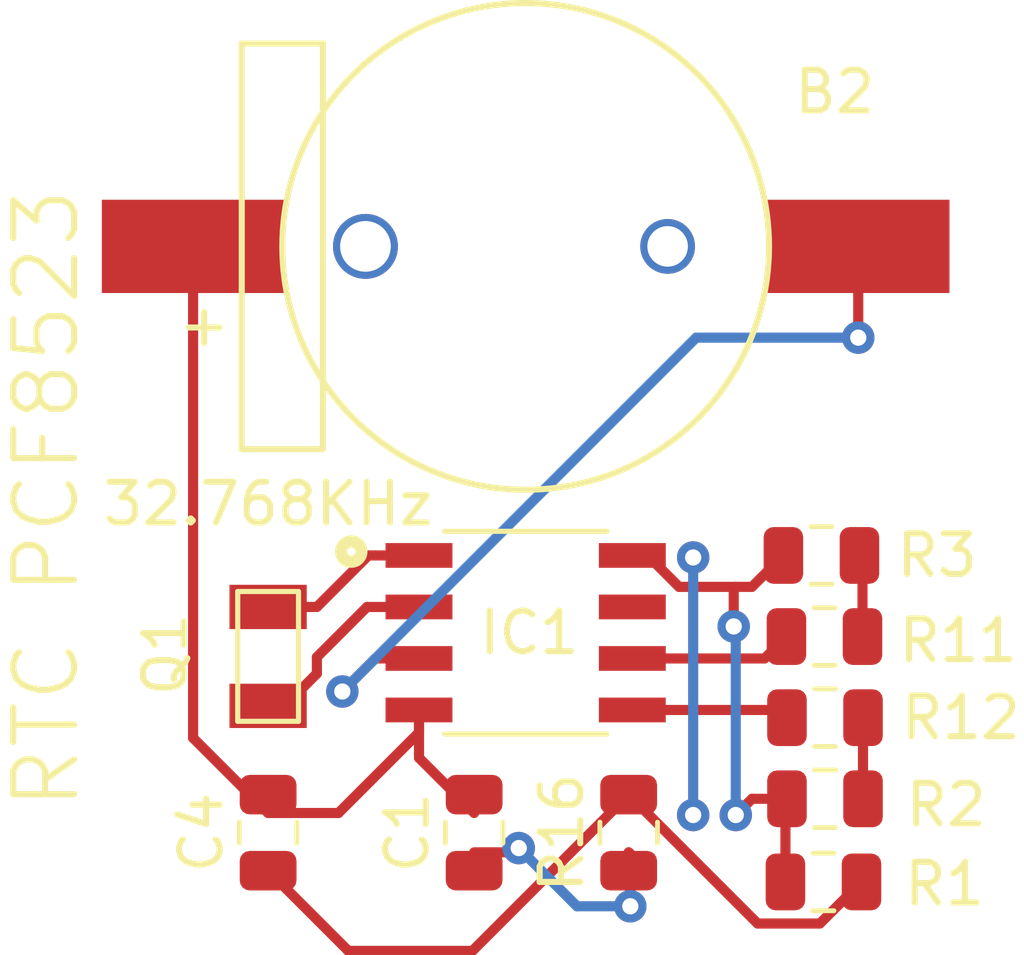
<source format=kicad_pcb>
(kicad_pcb (version 20171130) (host pcbnew 5.0.2-bee76a0~70~ubuntu18.04.1)

  (general
    (thickness 1.6)
    (drawings 1)
    (tracks 72)
    (zones 0)
    (modules 11)
    (nets 13)
  )

  (page A4)
  (layers
    (0 F.Cu signal)
    (1 In1.Cu power)
    (2 In2.Cu power)
    (31 B.Cu signal)
    (32 B.Adhes user)
    (33 F.Adhes user)
    (34 B.Paste user)
    (35 F.Paste user)
    (36 B.SilkS user)
    (37 F.SilkS user)
    (38 B.Mask user)
    (39 F.Mask user)
    (40 Dwgs.User user)
    (41 Cmts.User user)
    (42 Eco1.User user)
    (43 Eco2.User user)
    (44 Edge.Cuts user)
    (45 Margin user)
    (46 B.CrtYd user hide)
    (47 F.CrtYd user hide)
    (48 B.Fab user)
    (49 F.Fab user hide)
  )

  (setup
    (last_trace_width 0.25)
    (trace_clearance 0.2)
    (zone_clearance 0.508)
    (zone_45_only no)
    (trace_min 0.2)
    (segment_width 0.2)
    (edge_width 0.15)
    (via_size 0.8)
    (via_drill 0.4)
    (via_min_size 0.4)
    (via_min_drill 0.3)
    (uvia_size 0.3)
    (uvia_drill 0.1)
    (uvias_allowed no)
    (uvia_min_size 0.2)
    (uvia_min_drill 0.1)
    (pcb_text_width 0.3)
    (pcb_text_size 1.5 1.5)
    (mod_edge_width 0.15)
    (mod_text_size 1 1)
    (mod_text_width 0.15)
    (pad_size 1.524 1.524)
    (pad_drill 0.762)
    (pad_to_mask_clearance 0.2)
    (solder_mask_min_width 0.25)
    (aux_axis_origin 0 0)
    (visible_elements 7FFFFFFF)
    (pcbplotparams
      (layerselection 0x010fc_ffffffff)
      (usegerberextensions false)
      (usegerberattributes false)
      (usegerberadvancedattributes false)
      (creategerberjobfile false)
      (excludeedgelayer true)
      (linewidth 0.100000)
      (plotframeref false)
      (viasonmask false)
      (mode 1)
      (useauxorigin false)
      (hpglpennumber 1)
      (hpglpenspeed 20)
      (hpglpendiameter 15.000000)
      (psnegative false)
      (psa4output false)
      (plotreference true)
      (plotvalue true)
      (plotinvisibletext false)
      (padsonsilk false)
      (subtractmaskfromsilk false)
      (outputformat 1)
      (mirror false)
      (drillshape 1)
      (scaleselection 1)
      (outputdirectory ""))
  )

  (net 0 "")
  (net 1 GND)
  (net 2 "Net-(C1-Pad1)")
  (net 3 VCC)
  (net 4 "Net-(IC1-Pad1)")
  (net 5 "Net-(IC1-Pad2)")
  (net 6 "Net-(B2-Pad2)")
  (net 7 "Net-(C4-Pad1)")
  (net 8 "Net-(IC1-Pad8)")
  (net 9 "Net-(IC1-Pad6)")
  (net 10 "Net-(IC1-Pad5)")
  (net 11 PB9)
  (net 12 PB8)

  (net_class Default "This is the default net class."
    (clearance 0.2)
    (trace_width 0.25)
    (via_dia 0.8)
    (via_drill 0.4)
    (uvia_dia 0.3)
    (uvia_drill 0.1)
    (add_net GND)
    (add_net "Net-(B2-Pad2)")
    (add_net "Net-(C1-Pad1)")
    (add_net "Net-(C4-Pad1)")
    (add_net "Net-(IC1-Pad1)")
    (add_net "Net-(IC1-Pad2)")
    (add_net "Net-(IC1-Pad5)")
    (add_net "Net-(IC1-Pad6)")
    (add_net "Net-(IC1-Pad8)")
    (add_net PB8)
    (add_net PB9)
    (add_net VCC)
  )

  (module SOIC127P600X175-8N:SOIC127P600X175-8N (layer F.Cu) (tedit 5BC7FE68) (tstamp 5BC80A63)
    (at 128.27 109.855)
    (path /22F7723E)
    (attr smd)
    (fp_text reference IC1 (at 0.09 0) (layer F.SilkS)
      (effects (font (size 1 1) (thickness 0.15)))
    )
    (fp_text value RTC_PCF8523T (at -1.27 4.19712) (layer F.Fab)
      (effects (font (size 1 1) (thickness 0.15)))
    )
    (fp_circle (center -4.3 -2) (end -4.2 -2) (layer Dwgs.User) (width 0.3))
    (fp_circle (center -4.3 -2) (end -4.2 -2) (layer F.SilkS) (width 0.3))
    (fp_line (start -3.71 2.75) (end -3.71 -2.75) (layer Eco1.User) (width 0.05))
    (fp_line (start 3.71 2.75) (end -3.71 2.75) (layer Eco1.User) (width 0.05))
    (fp_line (start 3.71 -2.75) (end 3.71 2.75) (layer Eco1.User) (width 0.05))
    (fp_line (start -3.71 -2.75) (end 3.71 -2.75) (layer Eco1.User) (width 0.05))
    (fp_line (start 2 2.5) (end -2 2.5) (layer F.SilkS) (width 0.127))
    (fp_line (start -2 -2.5) (end 2 -2.5) (layer F.SilkS) (width 0.127))
    (fp_line (start -2 2.5) (end -2 -2.5) (layer Dwgs.User) (width 0.127))
    (fp_line (start 2 2.5) (end -2 2.5) (layer Dwgs.User) (width 0.127))
    (fp_line (start 2 -2.5) (end 2 2.5) (layer Dwgs.User) (width 0.127))
    (fp_line (start -2 -2.5) (end 2 -2.5) (layer Dwgs.User) (width 0.127))
    (pad 8 smd rect (at 2.63 -1.905) (size 1.65 0.61) (layers F.Cu F.Paste F.Mask)
      (net 8 "Net-(IC1-Pad8)"))
    (pad 7 smd rect (at 2.63 -0.635) (size 1.65 0.61) (layers F.Cu F.Paste F.Mask))
    (pad 6 smd rect (at 2.63 0.635) (size 1.65 0.61) (layers F.Cu F.Paste F.Mask)
      (net 9 "Net-(IC1-Pad6)"))
    (pad 5 smd rect (at 2.63 1.905) (size 1.65 0.61) (layers F.Cu F.Paste F.Mask)
      (net 10 "Net-(IC1-Pad5)"))
    (pad 4 smd rect (at -2.63 1.905) (size 1.65 0.61) (layers F.Cu F.Paste F.Mask)
      (net 1 GND))
    (pad 3 smd rect (at -2.63 0.635) (size 1.65 0.61) (layers F.Cu F.Paste F.Mask)
      (net 6 "Net-(B2-Pad2)"))
    (pad 2 smd rect (at -2.63 -0.635) (size 1.65 0.61) (layers F.Cu F.Paste F.Mask)
      (net 5 "Net-(IC1-Pad2)"))
    (pad 1 smd rect (at -2.63 -1.905) (size 1.65 0.61) (layers F.Cu F.Paste F.Mask)
      (net 4 "Net-(IC1-Pad1)"))
  )

  (module Battery:S8411-45R (layer F.Cu) (tedit 5CA3BC51) (tstamp 5BD0486F)
    (at 128.27 100.33 270)
    (path /5BBEE532)
    (fp_text reference B2 (at -3.81 -7.62 180) (layer F.SilkS)
      (effects (font (size 1 1) (thickness 0.15)))
    )
    (fp_text value CR1220 (at 0 12 270) (layer F.Fab)
      (effects (font (size 1 1) (thickness 0.15)))
    )
    (fp_circle (center 0 0) (end 6 0) (layer F.SilkS) (width 0.15))
    (fp_line (start -5 5) (end 5 5) (layer F.SilkS) (width 0.15))
    (fp_line (start 5 5) (end 5 7) (layer F.SilkS) (width 0.15))
    (fp_line (start 5 7) (end -5 7) (layer F.SilkS) (width 0.15))
    (fp_line (start -5 7) (end -5 5) (layer F.SilkS) (width 0.15))
    (fp_text user + (at 2 8 270) (layer F.SilkS)
      (effects (font (size 1 1) (thickness 0.15)))
    )
    (pad "" np_thru_hole circle (at 0 -3.5 270) (size 1.35 1.35) (drill 1) (layers *.Cu *.Mask))
    (pad "" np_thru_hole circle (at 0 3.95 270) (size 1.6 1.6) (drill 1.25) (layers *.Cu *.Mask))
    (pad 2 smd rect (at 0 -8.2 270) (size 2.3 4.5) (layers F.Cu F.Paste F.Mask)
      (net 6 "Net-(B2-Pad2)"))
    (pad 1 smd rect (at 0 8.2 270) (size 2.3 4.5) (layers F.Cu F.Paste F.Mask)
      (net 1 GND))
  )

  (module Capacitor_SMD:C_0805_2012Metric (layer F.Cu) (tedit 5B36C52B) (tstamp 5CA3BF25)
    (at 127 114.785 90)
    (descr "Capacitor SMD 0805 (2012 Metric), square (rectangular) end terminal, IPC_7351 nominal, (Body size source: https://docs.google.com/spreadsheets/d/1BsfQQcO9C6DZCsRaXUlFlo91Tg2WpOkGARC1WS5S8t0/edit?usp=sharing), generated with kicad-footprint-generator")
    (tags capacitor)
    (path /8350CC17)
    (attr smd)
    (fp_text reference C1 (at 0 -1.65 90) (layer F.SilkS)
      (effects (font (size 1 1) (thickness 0.15)))
    )
    (fp_text value 10uF (at 0 1.65 90) (layer F.Fab)
      (effects (font (size 1 1) (thickness 0.15)))
    )
    (fp_text user %R (at 0 0 90) (layer F.Fab)
      (effects (font (size 0.5 0.5) (thickness 0.08)))
    )
    (fp_line (start 1.68 0.95) (end -1.68 0.95) (layer F.CrtYd) (width 0.05))
    (fp_line (start 1.68 -0.95) (end 1.68 0.95) (layer F.CrtYd) (width 0.05))
    (fp_line (start -1.68 -0.95) (end 1.68 -0.95) (layer F.CrtYd) (width 0.05))
    (fp_line (start -1.68 0.95) (end -1.68 -0.95) (layer F.CrtYd) (width 0.05))
    (fp_line (start -0.258578 0.71) (end 0.258578 0.71) (layer F.SilkS) (width 0.12))
    (fp_line (start -0.258578 -0.71) (end 0.258578 -0.71) (layer F.SilkS) (width 0.12))
    (fp_line (start 1 0.6) (end -1 0.6) (layer F.Fab) (width 0.1))
    (fp_line (start 1 -0.6) (end 1 0.6) (layer F.Fab) (width 0.1))
    (fp_line (start -1 -0.6) (end 1 -0.6) (layer F.Fab) (width 0.1))
    (fp_line (start -1 0.6) (end -1 -0.6) (layer F.Fab) (width 0.1))
    (pad 2 smd roundrect (at 0.9375 0 90) (size 0.975 1.4) (layers F.Cu F.Paste F.Mask) (roundrect_rratio 0.25)
      (net 1 GND))
    (pad 1 smd roundrect (at -0.9375 0 90) (size 0.975 1.4) (layers F.Cu F.Paste F.Mask) (roundrect_rratio 0.25)
      (net 3 VCC))
    (model ${KISYS3DMOD}/Capacitor_SMD.3dshapes/C_0805_2012Metric.wrl
      (at (xyz 0 0 0))
      (scale (xyz 1 1 1))
      (rotate (xyz 0 0 0))
    )
  )

  (module Capacitor_SMD:C_0805_2012Metric (layer F.Cu) (tedit 5B36C52B) (tstamp 5CA3BF35)
    (at 121.92 114.785 90)
    (descr "Capacitor SMD 0805 (2012 Metric), square (rectangular) end terminal, IPC_7351 nominal, (Body size source: https://docs.google.com/spreadsheets/d/1BsfQQcO9C6DZCsRaXUlFlo91Tg2WpOkGARC1WS5S8t0/edit?usp=sharing), generated with kicad-footprint-generator")
    (tags capacitor)
    (path /E7D47EA7)
    (attr smd)
    (fp_text reference C4 (at 0 -1.65 90) (layer F.SilkS)
      (effects (font (size 1 1) (thickness 0.15)))
    )
    (fp_text value 10uF (at 0 1.65 90) (layer F.Fab)
      (effects (font (size 1 1) (thickness 0.15)))
    )
    (fp_line (start -1 0.6) (end -1 -0.6) (layer F.Fab) (width 0.1))
    (fp_line (start -1 -0.6) (end 1 -0.6) (layer F.Fab) (width 0.1))
    (fp_line (start 1 -0.6) (end 1 0.6) (layer F.Fab) (width 0.1))
    (fp_line (start 1 0.6) (end -1 0.6) (layer F.Fab) (width 0.1))
    (fp_line (start -0.258578 -0.71) (end 0.258578 -0.71) (layer F.SilkS) (width 0.12))
    (fp_line (start -0.258578 0.71) (end 0.258578 0.71) (layer F.SilkS) (width 0.12))
    (fp_line (start -1.68 0.95) (end -1.68 -0.95) (layer F.CrtYd) (width 0.05))
    (fp_line (start -1.68 -0.95) (end 1.68 -0.95) (layer F.CrtYd) (width 0.05))
    (fp_line (start 1.68 -0.95) (end 1.68 0.95) (layer F.CrtYd) (width 0.05))
    (fp_line (start 1.68 0.95) (end -1.68 0.95) (layer F.CrtYd) (width 0.05))
    (fp_text user %R (at 0 0 90) (layer F.Fab)
      (effects (font (size 0.5 0.5) (thickness 0.08)))
    )
    (pad 1 smd roundrect (at -0.9375 0 90) (size 0.975 1.4) (layers F.Cu F.Paste F.Mask) (roundrect_rratio 0.25)
      (net 7 "Net-(C4-Pad1)"))
    (pad 2 smd roundrect (at 0.9375 0 90) (size 0.975 1.4) (layers F.Cu F.Paste F.Mask) (roundrect_rratio 0.25)
      (net 1 GND))
    (model ${KISYS3DMOD}/Capacitor_SMD.3dshapes/C_0805_2012Metric.wrl
      (at (xyz 0 0 0))
      (scale (xyz 1 1 1))
      (rotate (xyz 0 0 0))
    )
  )

  (module ABS07W-32.768KHZ-D-2-T:XTAL320X150X90 (layer F.Cu) (tedit 0) (tstamp 5CA3BF45)
    (at 121.92 110.4392 270)
    (path /5BBEE255)
    (attr smd)
    (fp_text reference Q1 (at -0.0508 2.54 270) (layer F.SilkS)
      (effects (font (size 1.00058 1.00058) (thickness 0.15)))
    )
    (fp_text value 32.768KHz (at -3.7592 0 180) (layer F.SilkS)
      (effects (font (size 1.00096 1.00096) (thickness 0.15)))
    )
    (fp_line (start -1.6002 -0.7493) (end 1.6002 -0.7493) (layer F.SilkS) (width 0.127))
    (fp_line (start 1.6002 -0.7493) (end 1.6002 0.7493) (layer F.SilkS) (width 0.127))
    (fp_line (start 1.6002 0.7493) (end -1.6002 0.7493) (layer F.SilkS) (width 0.127))
    (fp_line (start -1.6002 0.7493) (end -1.6002 -0.7493) (layer F.SilkS) (width 0.127))
    (pad 1 smd rect (at -1.2192 0 270) (size 1.0922 1.905) (layers F.Cu F.Paste F.Mask)
      (net 4 "Net-(IC1-Pad1)"))
    (pad 2 smd rect (at 1.2192 0 270) (size 1.0922 1.905) (layers F.Cu F.Paste F.Mask)
      (net 5 "Net-(IC1-Pad2)"))
  )

  (module Resistor_SMD:R_0805_2012Metric (layer F.Cu) (tedit 5B36C52B) (tstamp 5CA3BF5E)
    (at 135.6125 116 180)
    (descr "Resistor SMD 0805 (2012 Metric), square (rectangular) end terminal, IPC_7351 nominal, (Body size source: https://docs.google.com/spreadsheets/d/1BsfQQcO9C6DZCsRaXUlFlo91Tg2WpOkGARC1WS5S8t0/edit?usp=sharing), generated with kicad-footprint-generator")
    (tags resistor)
    (path /5D15FA0F)
    (attr smd)
    (fp_text reference R1 (at -2.9875 -0.05 180) (layer F.SilkS)
      (effects (font (size 1 1) (thickness 0.15)))
    )
    (fp_text value 0 (at 0 1.65 180) (layer F.Fab)
      (effects (font (size 1 1) (thickness 0.15)))
    )
    (fp_text user %R (at 0 0 180) (layer F.Fab)
      (effects (font (size 0.5 0.5) (thickness 0.08)))
    )
    (fp_line (start 1.68 0.95) (end -1.68 0.95) (layer F.CrtYd) (width 0.05))
    (fp_line (start 1.68 -0.95) (end 1.68 0.95) (layer F.CrtYd) (width 0.05))
    (fp_line (start -1.68 -0.95) (end 1.68 -0.95) (layer F.CrtYd) (width 0.05))
    (fp_line (start -1.68 0.95) (end -1.68 -0.95) (layer F.CrtYd) (width 0.05))
    (fp_line (start -0.258578 0.71) (end 0.258578 0.71) (layer F.SilkS) (width 0.12))
    (fp_line (start -0.258578 -0.71) (end 0.258578 -0.71) (layer F.SilkS) (width 0.12))
    (fp_line (start 1 0.6) (end -1 0.6) (layer F.Fab) (width 0.1))
    (fp_line (start 1 -0.6) (end 1 0.6) (layer F.Fab) (width 0.1))
    (fp_line (start -1 -0.6) (end 1 -0.6) (layer F.Fab) (width 0.1))
    (fp_line (start -1 0.6) (end -1 -0.6) (layer F.Fab) (width 0.1))
    (pad 2 smd roundrect (at 0.9375 0 180) (size 0.975 1.4) (layers F.Cu F.Paste F.Mask) (roundrect_rratio 0.25)
      (net 8 "Net-(IC1-Pad8)"))
    (pad 1 smd roundrect (at -0.9375 0 180) (size 0.975 1.4) (layers F.Cu F.Paste F.Mask) (roundrect_rratio 0.25)
      (net 7 "Net-(C4-Pad1)"))
    (model ${KISYS3DMOD}/Resistor_SMD.3dshapes/R_0805_2012Metric.wrl
      (at (xyz 0 0 0))
      (scale (xyz 1 1 1))
      (rotate (xyz 0 0 0))
    )
  )

  (module Resistor_SMD:R_0805_2012Metric (layer F.Cu) (tedit 5B36C52B) (tstamp 5CA3BF6F)
    (at 135.65 113.95)
    (descr "Resistor SMD 0805 (2012 Metric), square (rectangular) end terminal, IPC_7351 nominal, (Body size source: https://docs.google.com/spreadsheets/d/1BsfQQcO9C6DZCsRaXUlFlo91Tg2WpOkGARC1WS5S8t0/edit?usp=sharing), generated with kicad-footprint-generator")
    (tags resistor)
    (path /5C80B31B)
    (attr smd)
    (fp_text reference R2 (at 2.9875 0.15) (layer F.SilkS)
      (effects (font (size 1 1) (thickness 0.15)))
    )
    (fp_text value 8.2k (at 0 1.65) (layer F.Fab)
      (effects (font (size 1 1) (thickness 0.15)))
    )
    (fp_text user %R (at 0 0) (layer F.Fab)
      (effects (font (size 0.5 0.5) (thickness 0.08)))
    )
    (fp_line (start 1.68 0.95) (end -1.68 0.95) (layer F.CrtYd) (width 0.05))
    (fp_line (start 1.68 -0.95) (end 1.68 0.95) (layer F.CrtYd) (width 0.05))
    (fp_line (start -1.68 -0.95) (end 1.68 -0.95) (layer F.CrtYd) (width 0.05))
    (fp_line (start -1.68 0.95) (end -1.68 -0.95) (layer F.CrtYd) (width 0.05))
    (fp_line (start -0.258578 0.71) (end 0.258578 0.71) (layer F.SilkS) (width 0.12))
    (fp_line (start -0.258578 -0.71) (end 0.258578 -0.71) (layer F.SilkS) (width 0.12))
    (fp_line (start 1 0.6) (end -1 0.6) (layer F.Fab) (width 0.1))
    (fp_line (start 1 -0.6) (end 1 0.6) (layer F.Fab) (width 0.1))
    (fp_line (start -1 -0.6) (end 1 -0.6) (layer F.Fab) (width 0.1))
    (fp_line (start -1 0.6) (end -1 -0.6) (layer F.Fab) (width 0.1))
    (pad 2 smd roundrect (at 0.9375 0) (size 0.975 1.4) (layers F.Cu F.Paste F.Mask) (roundrect_rratio 0.25)
      (net 11 PB9))
    (pad 1 smd roundrect (at -0.9375 0) (size 0.975 1.4) (layers F.Cu F.Paste F.Mask) (roundrect_rratio 0.25)
      (net 8 "Net-(IC1-Pad8)"))
    (model ${KISYS3DMOD}/Resistor_SMD.3dshapes/R_0805_2012Metric.wrl
      (at (xyz 0 0 0))
      (scale (xyz 1 1 1))
      (rotate (xyz 0 0 0))
    )
  )

  (module Resistor_SMD:R_0805_2012Metric (layer F.Cu) (tedit 5B36C52B) (tstamp 5CA3BF80)
    (at 135.5625 107.95)
    (descr "Resistor SMD 0805 (2012 Metric), square (rectangular) end terminal, IPC_7351 nominal, (Body size source: https://docs.google.com/spreadsheets/d/1BsfQQcO9C6DZCsRaXUlFlo91Tg2WpOkGARC1WS5S8t0/edit?usp=sharing), generated with kicad-footprint-generator")
    (tags resistor)
    (path /5C849D22)
    (attr smd)
    (fp_text reference R3 (at 2.85 0) (layer F.SilkS)
      (effects (font (size 1 1) (thickness 0.15)))
    )
    (fp_text value 8.2k (at 0 1.65) (layer F.Fab)
      (effects (font (size 1 1) (thickness 0.15)))
    )
    (fp_line (start -1 0.6) (end -1 -0.6) (layer F.Fab) (width 0.1))
    (fp_line (start -1 -0.6) (end 1 -0.6) (layer F.Fab) (width 0.1))
    (fp_line (start 1 -0.6) (end 1 0.6) (layer F.Fab) (width 0.1))
    (fp_line (start 1 0.6) (end -1 0.6) (layer F.Fab) (width 0.1))
    (fp_line (start -0.258578 -0.71) (end 0.258578 -0.71) (layer F.SilkS) (width 0.12))
    (fp_line (start -0.258578 0.71) (end 0.258578 0.71) (layer F.SilkS) (width 0.12))
    (fp_line (start -1.68 0.95) (end -1.68 -0.95) (layer F.CrtYd) (width 0.05))
    (fp_line (start -1.68 -0.95) (end 1.68 -0.95) (layer F.CrtYd) (width 0.05))
    (fp_line (start 1.68 -0.95) (end 1.68 0.95) (layer F.CrtYd) (width 0.05))
    (fp_line (start 1.68 0.95) (end -1.68 0.95) (layer F.CrtYd) (width 0.05))
    (fp_text user %R (at 0 0) (layer F.Fab)
      (effects (font (size 0.5 0.5) (thickness 0.08)))
    )
    (pad 1 smd roundrect (at -0.9375 0) (size 0.975 1.4) (layers F.Cu F.Paste F.Mask) (roundrect_rratio 0.25)
      (net 8 "Net-(IC1-Pad8)"))
    (pad 2 smd roundrect (at 0.9375 0) (size 0.975 1.4) (layers F.Cu F.Paste F.Mask) (roundrect_rratio 0.25)
      (net 12 PB8))
    (model ${KISYS3DMOD}/Resistor_SMD.3dshapes/R_0805_2012Metric.wrl
      (at (xyz 0 0 0))
      (scale (xyz 1 1 1))
      (rotate (xyz 0 0 0))
    )
  )

  (module Resistor_SMD:R_0805_2012Metric (layer F.Cu) (tedit 5B36C52B) (tstamp 5CA3BF91)
    (at 135.6375 109.95)
    (descr "Resistor SMD 0805 (2012 Metric), square (rectangular) end terminal, IPC_7351 nominal, (Body size source: https://docs.google.com/spreadsheets/d/1BsfQQcO9C6DZCsRaXUlFlo91Tg2WpOkGARC1WS5S8t0/edit?usp=sharing), generated with kicad-footprint-generator")
    (tags resistor)
    (path /5D6F9447)
    (attr smd)
    (fp_text reference R11 (at 3.3 0.1) (layer F.SilkS)
      (effects (font (size 1 1) (thickness 0.15)))
    )
    (fp_text value 0 (at 0 1.65) (layer F.Fab)
      (effects (font (size 1 1) (thickness 0.15)))
    )
    (fp_text user %R (at 0 0) (layer F.Fab)
      (effects (font (size 0.5 0.5) (thickness 0.08)))
    )
    (fp_line (start 1.68 0.95) (end -1.68 0.95) (layer F.CrtYd) (width 0.05))
    (fp_line (start 1.68 -0.95) (end 1.68 0.95) (layer F.CrtYd) (width 0.05))
    (fp_line (start -1.68 -0.95) (end 1.68 -0.95) (layer F.CrtYd) (width 0.05))
    (fp_line (start -1.68 0.95) (end -1.68 -0.95) (layer F.CrtYd) (width 0.05))
    (fp_line (start -0.258578 0.71) (end 0.258578 0.71) (layer F.SilkS) (width 0.12))
    (fp_line (start -0.258578 -0.71) (end 0.258578 -0.71) (layer F.SilkS) (width 0.12))
    (fp_line (start 1 0.6) (end -1 0.6) (layer F.Fab) (width 0.1))
    (fp_line (start 1 -0.6) (end 1 0.6) (layer F.Fab) (width 0.1))
    (fp_line (start -1 -0.6) (end 1 -0.6) (layer F.Fab) (width 0.1))
    (fp_line (start -1 0.6) (end -1 -0.6) (layer F.Fab) (width 0.1))
    (pad 2 smd roundrect (at 0.9375 0) (size 0.975 1.4) (layers F.Cu F.Paste F.Mask) (roundrect_rratio 0.25)
      (net 12 PB8))
    (pad 1 smd roundrect (at -0.9375 0) (size 0.975 1.4) (layers F.Cu F.Paste F.Mask) (roundrect_rratio 0.25)
      (net 9 "Net-(IC1-Pad6)"))
    (model ${KISYS3DMOD}/Resistor_SMD.3dshapes/R_0805_2012Metric.wrl
      (at (xyz 0 0 0))
      (scale (xyz 1 1 1))
      (rotate (xyz 0 0 0))
    )
  )

  (module Resistor_SMD:R_0805_2012Metric (layer F.Cu) (tedit 5B36C52B) (tstamp 5CA3BFA2)
    (at 135.65 111.95)
    (descr "Resistor SMD 0805 (2012 Metric), square (rectangular) end terminal, IPC_7351 nominal, (Body size source: https://docs.google.com/spreadsheets/d/1BsfQQcO9C6DZCsRaXUlFlo91Tg2WpOkGARC1WS5S8t0/edit?usp=sharing), generated with kicad-footprint-generator")
    (tags resistor)
    (path /5D6F92C2)
    (attr smd)
    (fp_text reference R12 (at 3.35 0) (layer F.SilkS)
      (effects (font (size 1 1) (thickness 0.15)))
    )
    (fp_text value 0 (at 0 1.65) (layer F.Fab)
      (effects (font (size 1 1) (thickness 0.15)))
    )
    (fp_line (start -1 0.6) (end -1 -0.6) (layer F.Fab) (width 0.1))
    (fp_line (start -1 -0.6) (end 1 -0.6) (layer F.Fab) (width 0.1))
    (fp_line (start 1 -0.6) (end 1 0.6) (layer F.Fab) (width 0.1))
    (fp_line (start 1 0.6) (end -1 0.6) (layer F.Fab) (width 0.1))
    (fp_line (start -0.258578 -0.71) (end 0.258578 -0.71) (layer F.SilkS) (width 0.12))
    (fp_line (start -0.258578 0.71) (end 0.258578 0.71) (layer F.SilkS) (width 0.12))
    (fp_line (start -1.68 0.95) (end -1.68 -0.95) (layer F.CrtYd) (width 0.05))
    (fp_line (start -1.68 -0.95) (end 1.68 -0.95) (layer F.CrtYd) (width 0.05))
    (fp_line (start 1.68 -0.95) (end 1.68 0.95) (layer F.CrtYd) (width 0.05))
    (fp_line (start 1.68 0.95) (end -1.68 0.95) (layer F.CrtYd) (width 0.05))
    (fp_text user %R (at 0 0) (layer F.Fab)
      (effects (font (size 0.5 0.5) (thickness 0.08)))
    )
    (pad 1 smd roundrect (at -0.9375 0) (size 0.975 1.4) (layers F.Cu F.Paste F.Mask) (roundrect_rratio 0.25)
      (net 10 "Net-(IC1-Pad5)"))
    (pad 2 smd roundrect (at 0.9375 0) (size 0.975 1.4) (layers F.Cu F.Paste F.Mask) (roundrect_rratio 0.25)
      (net 11 PB9))
    (model ${KISYS3DMOD}/Resistor_SMD.3dshapes/R_0805_2012Metric.wrl
      (at (xyz 0 0 0))
      (scale (xyz 1 1 1))
      (rotate (xyz 0 0 0))
    )
  )

  (module Resistor_SMD:R_0805_2012Metric (layer F.Cu) (tedit 5B36C52B) (tstamp 5CA3BFA3)
    (at 130.81 114.785 90)
    (descr "Resistor SMD 0805 (2012 Metric), square (rectangular) end terminal, IPC_7351 nominal, (Body size source: https://docs.google.com/spreadsheets/d/1BsfQQcO9C6DZCsRaXUlFlo91Tg2WpOkGARC1WS5S8t0/edit?usp=sharing), generated with kicad-footprint-generator")
    (tags resistor)
    (path /DF39756A)
    (attr smd)
    (fp_text reference R16 (at 0 -1.65 90) (layer F.SilkS)
      (effects (font (size 1 1) (thickness 0.15)))
    )
    (fp_text value 1K (at 0 1.65 90) (layer F.Fab)
      (effects (font (size 1 1) (thickness 0.15)))
    )
    (fp_line (start -1 0.6) (end -1 -0.6) (layer F.Fab) (width 0.1))
    (fp_line (start -1 -0.6) (end 1 -0.6) (layer F.Fab) (width 0.1))
    (fp_line (start 1 -0.6) (end 1 0.6) (layer F.Fab) (width 0.1))
    (fp_line (start 1 0.6) (end -1 0.6) (layer F.Fab) (width 0.1))
    (fp_line (start -0.258578 -0.71) (end 0.258578 -0.71) (layer F.SilkS) (width 0.12))
    (fp_line (start -0.258578 0.71) (end 0.258578 0.71) (layer F.SilkS) (width 0.12))
    (fp_line (start -1.68 0.95) (end -1.68 -0.95) (layer F.CrtYd) (width 0.05))
    (fp_line (start -1.68 -0.95) (end 1.68 -0.95) (layer F.CrtYd) (width 0.05))
    (fp_line (start 1.68 -0.95) (end 1.68 0.95) (layer F.CrtYd) (width 0.05))
    (fp_line (start 1.68 0.95) (end -1.68 0.95) (layer F.CrtYd) (width 0.05))
    (fp_text user %R (at 0 0 90) (layer F.Fab)
      (effects (font (size 0.5 0.5) (thickness 0.08)))
    )
    (pad 1 smd roundrect (at -0.9375 0 90) (size 0.975 1.4) (layers F.Cu F.Paste F.Mask) (roundrect_rratio 0.25)
      (net 3 VCC))
    (pad 2 smd roundrect (at 0.9375 0 90) (size 0.975 1.4) (layers F.Cu F.Paste F.Mask) (roundrect_rratio 0.25)
      (net 7 "Net-(C4-Pad1)"))
    (model ${KISYS3DMOD}/Resistor_SMD.3dshapes/R_0805_2012Metric.wrl
      (at (xyz 0 0 0))
      (scale (xyz 1 1 1))
      (rotate (xyz 0 0 0))
    )
  )

  (gr_text "RTC PCF8523" (at 116.45 106.55 90) (layer F.SilkS) (tstamp 5BC80E53)
    (effects (font (size 1.5 1.5) (thickness 0.15)))
  )

  (segment (start 120.07 100.33) (end 120.07 112.45) (width 0.25) (layer F.Cu) (net 1) (status 10))
  (segment (start 122.34 114.3) (end 121.92 114.3) (width 0.25) (layer F.Cu) (net 1) (status 30))
  (segment (start 123.655 114.3) (end 122.34 114.3) (width 0.25) (layer F.Cu) (net 1) (status 20))
  (segment (start 125.64 112.315) (end 123.655 114.3) (width 0.25) (layer F.Cu) (net 1))
  (segment (start 125.64 111.76) (end 125.64 112.315) (width 0.25) (layer F.Cu) (net 1) (status 10))
  (segment (start 125.64 112.94) (end 127 114.3) (width 0.25) (layer F.Cu) (net 1) (status 20))
  (segment (start 125.64 111.76) (end 125.64 112.94) (width 0.25) (layer F.Cu) (net 1) (status 10))
  (segment (start 120.07 112.45) (end 121.92 114.3) (width 0.25) (layer F.Cu) (net 1) (status 20))
  (via (at 132.4 108) (size 0.8) (drill 0.4) (layers F.Cu B.Cu) (net 2))
  (segment (start 132.35 107.95) (end 132.4 108) (width 0.25) (layer F.Cu) (net 2))
  (segment (start 132.4 108) (end 132.4 114.35) (width 0.25) (layer B.Cu) (net 2))
  (via (at 132.4 114.35) (size 0.8) (drill 0.4) (layers F.Cu B.Cu) (net 2))
  (segment (start 132.35 114.3) (end 132.4 114.35) (width 0.25) (layer F.Cu) (net 2))
  (via (at 128.1 115.16501) (size 0.8) (drill 0.4) (layers F.Cu B.Cu) (net 3))
  (segment (start 127 115.27) (end 127.99501 115.27) (width 0.25) (layer F.Cu) (net 3) (status 10))
  (segment (start 127.99501 115.27) (end 128.1 115.16501) (width 0.25) (layer F.Cu) (net 3))
  (segment (start 128.1 115.16501) (end 129.53499 116.6) (width 0.25) (layer B.Cu) (net 3))
  (via (at 130.85 116.6) (size 0.8) (drill 0.4) (layers F.Cu B.Cu) (net 3))
  (segment (start 129.53499 116.6) (end 130.85 116.6) (width 0.25) (layer B.Cu) (net 3))
  (segment (start 130.85 115.31) (end 130.81 115.27) (width 0.25) (layer F.Cu) (net 3) (status 30))
  (segment (start 130.85 116.6) (end 130.85 115.31) (width 0.25) (layer F.Cu) (net 3) (status 20))
  (segment (start 131.11 115.57) (end 130.81 115.27) (width 0.25) (layer F.Cu) (net 3) (status 30))
  (segment (start 124.565 107.95) (end 125.64 107.95) (width 0.25) (layer F.Cu) (net 4) (status 20))
  (segment (start 124.3925 107.95) (end 124.565 107.95) (width 0.25) (layer F.Cu) (net 4))
  (segment (start 123.1225 109.22) (end 124.3925 107.95) (width 0.25) (layer F.Cu) (net 4))
  (segment (start 121.92 109.22) (end 123.1225 109.22) (width 0.25) (layer F.Cu) (net 4) (status 10))
  (segment (start 122.3264 111.6584) (end 121.92 111.6584) (width 0.25) (layer F.Cu) (net 5) (status 30))
  (segment (start 123.1225 110.8623) (end 122.3264 111.6584) (width 0.25) (layer F.Cu) (net 5) (status 20))
  (segment (start 123.1225 110.4559) (end 123.1225 110.8623) (width 0.25) (layer F.Cu) (net 5))
  (segment (start 124.3584 109.22) (end 123.1225 110.4559) (width 0.25) (layer F.Cu) (net 5))
  (segment (start 125.64 109.22) (end 124.3584 109.22) (width 0.25) (layer F.Cu) (net 5) (status 10))
  (segment (start 126.16 110.49) (end 125.64 110.49) (width 0.25) (layer F.Cu) (net 6) (status 30))
  (segment (start 136.47 100.33) (end 136.32 100.33) (width 0.25) (layer F.Cu) (net 6) (status 30))
  (segment (start 136.47 102.58) (end 136.47 102.58) (width 0.25) (layer F.Cu) (net 6) (status 20))
  (segment (start 124.565 110.49) (end 123.75 111.305) (width 0.25) (layer F.Cu) (net 6))
  (segment (start 125.64 110.49) (end 124.565 110.49) (width 0.25) (layer F.Cu) (net 6) (status 10))
  (segment (start 136.47 102.58) (end 136.47 100.33) (width 0.25) (layer F.Cu) (net 6) (tstamp 5CA3C27B) (status 20))
  (via (at 136.47 102.58) (size 0.8) (drill 0.4) (layers F.Cu B.Cu) (net 6))
  (segment (start 123.75 111.305) (end 123.75 111.305) (width 0.25) (layer F.Cu) (net 6) (tstamp 5CA3C27D))
  (via (at 123.75 111.305) (size 0.8) (drill 0.4) (layers F.Cu B.Cu) (net 6))
  (segment (start 132.475 102.58) (end 136.47 102.58) (width 0.25) (layer B.Cu) (net 6))
  (segment (start 123.75 111.305) (end 132.475 102.58) (width 0.25) (layer B.Cu) (net 6))
  (segment (start 135.993763 116.556237) (end 136.55 116) (width 0.25) (layer F.Cu) (net 7))
  (segment (start 135.52499 117.02501) (end 135.993763 116.556237) (width 0.25) (layer F.Cu) (net 7))
  (segment (start 133.98751 117.02501) (end 135.52499 117.02501) (width 0.25) (layer F.Cu) (net 7))
  (segment (start 130.81 113.8475) (end 133.98751 117.02501) (width 0.25) (layer F.Cu) (net 7))
  (segment (start 130.81 113.8475) (end 126.9575 117.7) (width 0.25) (layer F.Cu) (net 7))
  (segment (start 123.8975 117.7) (end 121.92 115.7225) (width 0.25) (layer F.Cu) (net 7))
  (segment (start 126.9575 117.7) (end 123.8975 117.7) (width 0.25) (layer F.Cu) (net 7))
  (via (at 133.45 114.35) (size 0.8) (drill 0.4) (layers F.Cu B.Cu) (net 8))
  (via (at 133.4 109.7) (size 0.8) (drill 0.4) (layers F.Cu B.Cu) (net 8))
  (segment (start 134.068763 108.506237) (end 134.625 107.95) (width 0.25) (layer F.Cu) (net 8))
  (segment (start 133.849999 108.725001) (end 134.068763 108.506237) (width 0.25) (layer F.Cu) (net 8))
  (segment (start 131.276998 107.95) (end 132.051999 108.725001) (width 0.25) (layer F.Cu) (net 8))
  (segment (start 130.9 107.95) (end 131.276998 107.95) (width 0.25) (layer F.Cu) (net 8))
  (segment (start 134.675 113.9875) (end 134.7125 113.95) (width 0.25) (layer F.Cu) (net 8))
  (segment (start 134.675 116) (end 134.675 113.9875) (width 0.25) (layer F.Cu) (net 8))
  (segment (start 133.85 113.95) (end 133.45 114.35) (width 0.25) (layer F.Cu) (net 8))
  (segment (start 134.7125 113.95) (end 133.85 113.95) (width 0.25) (layer F.Cu) (net 8))
  (segment (start 133.4 108.775001) (end 133.4 109.7) (width 0.25) (layer F.Cu) (net 8))
  (segment (start 133.45 108.725001) (end 133.4 108.775001) (width 0.25) (layer F.Cu) (net 8))
  (segment (start 133.45 108.725001) (end 133.849999 108.725001) (width 0.25) (layer F.Cu) (net 8))
  (segment (start 132.051999 108.725001) (end 133.45 108.725001) (width 0.25) (layer F.Cu) (net 8))
  (segment (start 133.45 109.75) (end 133.4 109.7) (width 0.25) (layer B.Cu) (net 8))
  (segment (start 133.45 114.35) (end 133.45 109.75) (width 0.25) (layer B.Cu) (net 8))
  (segment (start 134.16 110.49) (end 134.7 109.95) (width 0.25) (layer F.Cu) (net 9))
  (segment (start 130.9 110.49) (end 134.16 110.49) (width 0.25) (layer F.Cu) (net 9))
  (segment (start 134.5225 111.76) (end 134.7125 111.95) (width 0.25) (layer F.Cu) (net 10))
  (segment (start 130.9 111.76) (end 134.5225 111.76) (width 0.25) (layer F.Cu) (net 10))
  (segment (start 136.5875 113.95) (end 136.5875 111.95) (width 0.25) (layer F.Cu) (net 11))
  (segment (start 136.575 108.025) (end 136.5 107.95) (width 0.25) (layer F.Cu) (net 12))
  (segment (start 136.575 109.95) (end 136.575 108.025) (width 0.25) (layer F.Cu) (net 12))

)

</source>
